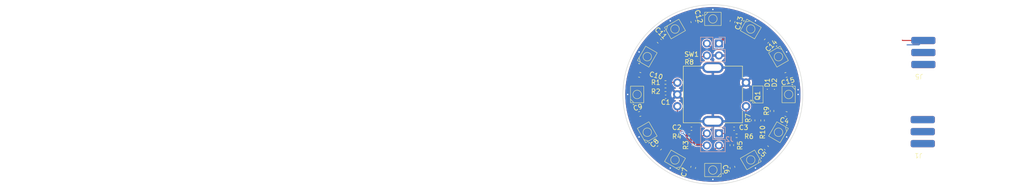
<source format=kicad_pcb>
(kicad_pcb (version 20240108) (generator "pcbnew") (generator_version "8.0")
  (layers (0 "F.Cu" signal) (31 "B.Cu" signal) (34 "B.Paste" user) (35 "F.Paste" user) (36 "B.SilkS" user "B.Silkscreen") (37 "F.SilkS" user "F.Silkscreen") (38 "B.Mask" user) (39 "F.Mask" user) (44 "Edge.Cuts" user))
  (net 0 "")
  (net 1 "/circle/GND")
  (net 2 "/circle/ENC_A")
  (net 3 "Net-(R1-Pad2)")
  (net 4 "/circle/ENC_B")
  (net 5 "/circle/SWITCH")
  (net 6 "/circle/3V3")
  (net 7 "Net-(R5-Pad1)")
  (net 8 "/circle/5V")
  (net 9 "/circle/SENZOR_SVETLA")
  (net 10 "Net-(Q1-C)")
  (net 11 "Net-(R3-Pad2)")
  (net 12 "Net-(D1-A)")
  (net 13 "Net-(D2-A)")
  (net 14 "/circle/LEDS")
  (net 15 "Net-(LED1-DOUT)")
  (net 16 "/mainboard/ENC_A")
  (net 17 "/mainboard/ENC_B")
  (net 18 "/mainboard/3V3")
  (net 19 "/mainboard/GND")
  (net 20 "/mainboard/SWITCH")
  (net 21 "/mainboard/5V")
  (net 22 "/mainboard/SENSOR_SVETLA")
  (net 23 "/mainboard/LEDS")
  (net 24 "Net-(LED2-DOUT)")
  (net 25 "Net-(LED3-DOUT)")
  (net 26 "Net-(LED4-DOUT)")
  (net 27 "Net-(LED5-DOUT)")
  (net 28 "Net-(LED6-DOUT)")
  (net 29 "Net-(LED7-DOUT)")
  (net 30 "Net-(LED8-DOUT)")
  (net 31 "Net-(LED10-DIN)")
  (net 32 "Net-(LED10-DOUT)")
  (net 33 "Net-(LED11-DOUT)")
  (footprint "Resistor_SMD:R_0402_1005Metric" (layer "F.Cu") (at 143 108.99 90)
    (property "Reference" "R7" (at 0.49 -1.08 -90) (layer "F.SilkS"))
    (property "Value" "22k")
    (pad "1" smd roundrect (at -0.51 0 90) (size 0.54 0.64) (layers "F.Cu" "F.Paste" "F.Mask") (net 6 "/circle/3V3"))
    (pad "2" smd roundrect (at 0.51 0 90) (size 0.54 0.64) (layers "F.Cu" "F.Paste" "F.Mask") (net 10 "Net-(Q1-C)"))
  )
  (footprint "RKL-LED:3528RGBW-WS2812B" (layer "F.Cu") (at 134.5 87.5 180)
    (property "Reference" "LED10" (hide yes))
    (property "Value" "WS2812B")
    (pad "1" smd roundrect (at 1.35 0.75 180) (size 0.9 0.75) (layers "F.Cu" "F.Paste" "F.Mask") (net 1 "/circle/GND"))
    (pad "2" smd roundrect (at 1.35 -0.75 180) (size 0.9 0.75) (layers "F.Cu" "F.Paste" "F.Mask") (net 31 "Net-(LED10-DIN)"))
    (pad "3" smd roundrect (at -1.35 -0.75 180) (size 0.9 0.75) (layers "F.Cu" "F.Paste" "F.Mask") (net 8 "/circle/5V"))
    (pad "4" smd roundrect (at -1.35 0.75 180) (size 0.9 0.75) (layers "F.Cu" "F.Paste" "F.Mask") (net 32 "Net-(LED10-DOUT)"))
  )
  (footprint "Capacitor_SMD:C_0603_1608Metric" (layer "F.Cu") (at 149.955092 99.369005 -164.5)
    (property "Reference" "C15" (at 0.000001 -1.43 -164.5) (layer "F.SilkS"))
    (property "Value" "100n")
    (pad "1" smd roundrect (at -0.775 0 195.5) (size 0.9 0.95) (layers "F.Cu" "F.Paste" "F.Mask") (net 1 "/circle/GND"))
    (pad "2" smd roundrect (at 0.775 0 195.5) (size 0.9 0.95) (layers "F.Cu" "F.Paste" "F.Mask") (net 8 "/circle/5V"))
  )
  (footprint "Resistor_SMD:R_0402_1005Metric" (layer "F.Cu") (at 145 109 90)
    (property "Reference" "R10" (at -2.5 0 -90) (layer "F.SilkS"))
    (property "Value" "1k")
    (pad "1" smd roundrect (at -0.51 0 90) (size 0.54 0.64) (layers "F.Cu" "F.Paste" "F.Mask") (net 6 "/circle/3V3"))
    (pad "2" smd roundrect (at 0.51 0 90) (size 0.54 0.64) (layers "F.Cu" "F.Paste" "F.Mask") (net 12 "Net-(D1-A)"))
  )
  (footprint "Resistor_SMD:R_0402_1005Metric" (layer "F.Cu") (at 139.51 112.25 180)
    (property "Reference" "R6" (at -2.61 -0.14 180) (layer "F.SilkS"))
    (property "Value" "10k")
    (pad "1" smd roundrect (at -0.51 0 180) (size 0.54 0.64) (layers "F.Cu" "F.Paste" "F.Mask") (net 7 "Net-(R5-Pad1)"))
    (pad "2" smd roundrect (at 0.51 0 180) (size 0.54 0.64) (layers "F.Cu" "F.Paste" "F.Mask") (net 5 "/circle/SWITCH"))
  )
  (footprint "Capacitor_SMD:C_0603_1608Metric" (layer "F.Cu") (at 138.630995 118.955092 105.5)
    (property "Reference" "C6" (at 0.000001 -1.43 -74.5) (layer "F.SilkS"))
    (property "Value" "100n")
    (pad "1" smd roundrect (at -0.775 0 105.5) (size 0.9 0.95) (layers "F.Cu" "F.Paste" "F.Mask") (net 1 "/circle/GND"))
    (pad "2" smd roundrect (at 0.775 0 105.5) (size 0.9 0.95) (layers "F.Cu" "F.Paste" "F.Mask") (net 8 "/circle/5V"))
  )
  (footprint "LED_SMD:LED_0402_1005Metric" (layer "F.Cu") (at 146 103.5 -90)
    (property "Reference" "D1" (at -2.5 0 -90) (layer "F.SilkS"))
    (property "Value" "LED")
    (pad "1" smd roundrect (at -0.485 0 270) (size 0.59 0.64) (layers "F.Cu" "F.Paste" "F.Mask") (net 1 "/circle/GND"))
    (pad "2" smd roundrect (at 0.485 0 270) (size 0.59 0.64) (layers "F.Cu" "F.Paste" "F.Mask") (net 12 "Net-(D1-A)"))
  )
  (footprint "LED_SMD:LED_0402_1005Metric" (layer "F.Cu") (at 147.5 103.515 -90)
    (property "Reference" "D2" (at -2.515 0 90) (layer "F.SilkS"))
    (property "Value" "LED")
    (pad "1" smd roundrect (at -0.485 0 270) (size 0.59 0.64) (layers "F.Cu" "F.Paste" "F.Mask") (net 1 "/circle/GND"))
    (pad "2" smd roundrect (at 0.485 0 270) (size 0.59 0.64) (layers "F.Cu" "F.Paste" "F.Mask") (net 13 "Net-(D2-A)"))
  )
  (footprint "RKL-LED:3528RGBW-WS2812B" (layer "F.Cu") (at 118.5 103.5 -90)
    (property "Reference" "LED7" (hide yes))
    (property "Value" "WS2812B")
    (pad "1" smd roundrect (at 1.35 0.75 270) (size 0.9 0.75) (layers "F.Cu" "F.Paste" "F.Mask") (net 1 "/circle/GND"))
    (pad "2" smd roundrect (at 1.35 -0.75 270) (size 0.9 0.75) (layers "F.Cu" "F.Paste" "F.Mask") (net 28 "Net-(LED6-DOUT)"))
    (pad "3" smd roundrect (at -1.35 -0.75 270) (size 0.9 0.75) (layers "F.Cu" "F.Paste" "F.Mask") (net 8 "/circle/5V"))
    (pad "4" smd roundrect (at -1.35 0.75 270) (size 0.9 0.75) (layers "F.Cu" "F.Paste" "F.Mask") (net 29 "Net-(LED7-DOUT)"))
  )
  (footprint "RKL-LED:3528RGBW-WS2812B" (layer "F.Cu") (at 148.356406 95.5 120)
    (property "Reference" "LED12" (hide yes))
    (property "Value" "WS2812B")
    (pad "1" smd roundrect (at 1.35 0.75 120) (size 0.9 0.75) (layers "F.Cu" "F.Paste" "F.Mask") (net 1 "/circle/GND"))
    (pad "2" smd roundrect (at 1.35 -0.75 120) (size 0.9 0.75) (layers "F.Cu" "F.Paste" "F.Mask") (net 33 "Net-(LED11-DOUT)"))
    (pad "3" smd roundrect (at -1.35 -0.75 120) (size 0.9 0.75) (layers "F.Cu" "F.Paste" "F.Mask") (net 8 "/circle/5V"))
    (pad "4" smd roundrect (at -1.35 0.75 120) (size 0.9 0.75) (layers "F.Cu" "F.Paste" "F.Mask"))
  )
  (footprint "RKL-LED:3528RGBW-WS2812B" (layer "F.Cu") (at 148.356406 111.5 60)
    (property "Reference" "LED2" (hide yes))
    (property "Value" "WS2812B")
    (pad "1" smd roundrect (at 1.35 0.75 60) (size 0.9 0.75) (layers "F.Cu" "F.Paste" "F.Mask") (net 1 "/circle/GND"))
    (pad "2" smd roundrect (at 1.35 -0.75 60) (size 0.9 0.75) (layers "F.Cu" "F.Paste" "F.Mask") (net 15 "Net-(LED1-DOUT)"))
    (pad "3" smd roundrect (at -1.35 -0.75 60) (size 0.9 0.75) (layers "F.Cu" "F.Paste" "F.Mask") (net 8 "/circle/5V"))
    (pad "4" smd roundrect (at -1.35 0.75 60) (size 0.9 0.75) (layers "F.Cu" "F.Paste" "F.Mask") (net 24 "Net-(LED2-DOUT)"))
  )
  (footprint "Capacitor_SMD:C_0402_1005Metric" (layer "F.Cu") (at 124.52 104 180)
    (property "Reference" "C1" (at 0 -1.16 180) (layer "F.SilkS"))
    (property "Value" "10n")
    (pad "1" smd roundrect (at -0.48 0 180) (size 0.56 0.62) (layers "F.Cu" "F.Paste" "F.Mask") (net 1 "/circle/GND"))
    (pad "2" smd roundrect (at 0.48 0 180) (size 0.56 0.62) (layers "F.Cu" "F.Paste" "F.Mask") (net 2 "/circle/ENC_A"))
  )
  (footprint "RKL-LED:3528RGBW-WS2812B" (layer "F.Cu") (at 120.643594 95.5 -120)
    (property "Reference" "LED8" (hide yes))
    (property "Value" "WS2812B")
    (pad "1" smd roundrect (at 1.35 0.75 240) (size 0.9 0.75) (layers "F.Cu" "F.Paste" "F.Mask") (net 1 "/circle/GND"))
    (pad "2" smd roundrect (at 1.35 -0.75 240) (size 0.9 0.75) (layers "F.Cu" "F.Paste" "F.Mask") (net 29 "Net-(LED7-DOUT)"))
    (pad "3" smd roundrect (at -1.35 -0.75 240) (size 0.9 0.75) (layers "F.Cu" "F.Paste" "F.Mask") (net 8 "/circle/5V"))
    (pad "4" smd roundrect (at -1.35 0.75 240) (size 0.9 0.75) (layers "F.Cu" "F.Paste" "F.Mask") (net 30 "Net-(LED8-DOUT)"))
  )
  (footprint "Resistor_SMD:R_0402_1005Metric" (layer "F.Cu") (at 124.49 102.5)
    (property "Reference" "R2" (at -2.055 0.365 0) (layer "F.SilkS"))
    (property "Value" "10k")
    (pad "1" smd roundrect (at -0.51 0) (size 0.54 0.64) (layers "F.Cu" "F.Paste" "F.Mask") (net 2 "/circle/ENC_A"))
    (pad "2" smd roundrect (at 0.51 0) (size 0.54 0.64) (layers "F.Cu" "F.Paste" "F.Mask") (net 3 "Net-(R1-Pad2)"))
  )
  (footprint "Capacitor_SMD:C_0603_1608Metric" (layer "F.Cu") (at 138.65 88.05 -104.5)
    (property "Reference" "C13" (at 0.000001 -1.43 -104.5) (layer "F.SilkS"))
    (property "Value" "100n")
    (pad "1" smd roundrect (at -0.775 -0.000001 255.5) (size 0.9 0.95) (layers "F.Cu" "F.Paste" "F.Mask") (net 1 "/circle/GND"))
    (pad "2" smd roundrect (at 0.775 0.000001 255.5) (size 0.9 0.95) (layers "F.Cu" "F.Paste" "F.Mask") (net 8 "/circle/5V"))
  )
  (footprint "RKL-LED:3528RGBW-WS2812B" (layer "F.Cu") (at 150.5 103.5 90)
    (property "Reference" "LED1" (hide yes))
    (property "Value" "WS2812B")
    (pad "1" smd roundrect (at 1.35 0.75 90) (size 0.9 0.75) (layers "F.Cu" "F.Paste" "F.Mask") (net 1 "/circle/GND"))
    (pad "2" smd roundrect (at 1.35 -0.75 90) (size 0.9 0.75) (layers "F.Cu" "F.Paste" "F.Mask") (net 14 "/circle/LEDS"))
    (pad "3" smd roundrect (at -1.35 -0.75 90) (size 0.9 0.75) (layers "F.Cu" "F.Paste" "F.Mask") (net 8 "/circle/5V"))
    (pad "4" smd roundrect (at -1.35 0.75 90) (size 0.9 0.75) (layers "F.Cu" "F.Paste" "F.Mask") (net 15 "Net-(LED1-DOUT)"))
  )
  (footprint "RKL-LED:3528RGBW-WS2812B" (layer "F.Cu") (at 142.5 117.356406 30)
    (property "Reference" "LED3" (hide yes))
    (property "Value" "WS2812B")
    (pad "1" smd roundrect (at 1.35 0.75 30) (size 0.9 0.75) (layers "F.Cu" "F.Paste" "F.Mask") (net 1 "/circle/GND"))
    (pad "2" smd roundrect (at 1.35 -0.75 30) (size 0.9 0.75) (layers "F.Cu" "F.Paste" "F.Mask") (net 24 "Net-(LED2-DOUT)"))
    (pad "3" smd roundrect (at -1.35 -0.75 30) (size 0.9 0.75) (layers "F.Cu" "F.Paste" "F.Mask") (net 8 "/circle/5V"))
    (pad "4" smd roundrect (at -1.35 0.75 30) (size 0.9 0.75) (layers "F.Cu" "F.Paste" "F.Mask") (net 25 "Net-(LED3-DOUT)"))
  )
  (footprint "Capacitor_SMD:C_0603_1608Metric" (layer "F.Cu") (at 130.369005 88.044908 -74.5)
    (property "Reference" "C12" (at -0.70466 -1.369101 105.5) (layer "F.SilkS"))
    (property "Value" "100n")
    (pad "1" smd roundrect (at -0.775 0 285.5) (size 0.9 0.95) (layers "F.Cu" "F.Paste" "F.Mask") (net 1 "/circle/GND"))
    (pad "2" smd roundrect (at 0.775 0 285.5) (size 0.9 0.95) (layers "F.Cu" "F.Paste" "F.Mask") (net 8 "/circle/5V"))
  )
  (footprint "RKL-ElectroMechanicalComponents:RotaryEncoder_Bourns_Vertical_PEC11H-4xxxF-Sxxxx" (layer "F.Cu") (at 134.5 103.5 -90)
    (property "Reference" "SW1" (at -8.5 4.5 180) (layer "F.SilkS"))
    (property "Value" "RotaryEncoder_Switch")
    (pad "A" thru_hole circle (at -2.5 7.5 270) (size 1.8 1.8) (drill 1) (layers "*.Cu" "*.Mask") (net 3 "Net-(R1-Pad2)"))
    (pad "B" thru_hole circle (at 2.5 7.5) (size 1.8 1.8) (drill 1) (layers "*.Cu" "*.Mask") (net 11 "Net-(R3-Pad2)"))
    (pad "C" thru_hole circle (at 0 7.5) (size 1.8 1.8) (drill 1) (layers "*.Cu" "*.Mask") (net 1 "/circle/GND"))
    (pad "S1" thru_hole circle (at -2.5 -7) (size 1.8 1.8) (drill 1) (layers "*.Cu" "*.Mask") (net 1 "/circle/GND"))
    (pad "S2" thru_hole circle (at 2.5 -7) (size 1.8 1.8) (drill 1) (layers "*.Cu" "*.Mask") (net 7 "Net-(R5-Pad1)"))
    (pad "SH1" thru_hole oval (at -5.7 0) (size 4.5 2.3) (drill oval 3.6 1.4) (layers "*.Cu" "*.Mask") (net 1 "/circle/GND"))
    (pad "SH2" thru_hole oval (at 5.7 0) (size 4.5 2.3) (drill oval 3.6 1.4) (layers "*.Cu" "*.Mask") (net 1 "/circle/GND"))
  )
  (footprint "Capacitor_SMD:C_0603_1608Metric" (layer "F.Cu") (at 119.044908 107.630995 15.5)
    (property "Reference" "C9" (at 0.000001 -1.43 15.5) (layer "F.SilkS"))
    (property "Value" "100n")
    (pad "1" smd roundrect (at -0.775 0 15.5) (size 0.9 0.95) (layers "F.Cu" "F.Paste" "F.Mask") (net 1 "/circle/GND"))
    (pad "2" smd roundrect (at 0.775 0 15.5) (size 0.9 0.95) (layers "F.Cu" "F.Paste" "F.Mask") (net 8 "/circle/5V"))
  )
  (footprint "Capacitor_SMD:C_0603_1608Metric" (layer "F.Cu") (at 123.194908 92.180995 -44.5)
    (property "Reference" "C11" (at -0.960618 -1.412812 135.5) (layer "F.SilkS"))
    (property "Value" "100n")
    (pad "1" smd roundrect (at -0.775 0 315.5) (size 0.9 0.95) (layers "F.Cu" "F.Paste" "F.Mask") (net 1 "/circle/GND"))
    (pad "2" smd roundrect (at 0.775 0 315.5) (size 0.9 0.95) (layers "F.Cu" "F.Paste" "F.Mask") (net 8 "/circle/5V"))
  )
  (footprint "Capacitor_SMD:C_0603_1608Metric" (layer "F.Cu") (at 145.819005 92.194908 -134.5)
    (property "Reference" "C14" (at 0.000001 -1.43 -134.5) (layer "F.SilkS"))
    (property "Value" "100n")
    (pad "1" smd roundrect (at -0.775 0 225.5) (size 0.9 0.95) (layers "F.Cu" "F.Paste" "F.Mask") (net 1 "/circle/GND"))
    (pad "2" smd roundrect (at 0.775 0 225.5) (size 0.9 0.95) (layers "F.Cu" "F.Paste" "F.Mask") (net 8 "/circle/5V"))
  )
  (footprint "RKL-LED:3528RGBW-WS2812B" (layer "F.Cu") (at 142.5 89.643594 150)
    (property "Reference" "LED11" (hide yes))
    (property "Value" "WS2812B")
    (pad "1" smd roundrect (at 1.35 0.75 150) (size 0.9 0.75) (layers "F.Cu" "F.Paste" "F.Mask") (net 1 "/circle/GND"))
    (pad "2" smd roundrect (at 1.35 -0.75 150) (size 0.9 0.75) (layers "F.Cu" "F.Paste" "F.Mask") (net 32 "Net-(LED10-DOUT)"))
    (pad "3" smd roundrect (at -1.35 -0.75 150) (size 0.9 0.75) (layers "F.Cu" "F.Paste" "F.Mask") (net 8 "/circle/5V"))
    (pad "4" smd roundrect (at -1.35 0.75 150) (size 0.9 0.75) (layers "F.Cu" "F.Paste" "F.Mask") (net 33 "Net-(LED11-DOUT)"))
  )
  (footprint "RKL-LED:3528RGBW-WS2812B" (layer "F.Cu") (at 126.5 89.643594 -150)
    (property "Reference" "LED9" (hide yes))
    (property "Value" "WS2812B")
    (pad "1" smd roundrect (at 1.35 0.75 210) (size 0.9 0.75) (layers "F.Cu" "F.Paste" "F.Mask") (net 1 "/circle/GND"))
    (pad "2" smd roundrect (at 1.35 -0.75 210) (size 0.9 0.75) (layers "F.Cu" "F.Paste" "F.Mask") (net 30 "Net-(LED8-DOUT)"))
    (pad "3" smd roundrect (at -1.35 -0.75 210) (size 0.9 0.75) (layers "F.Cu" "F.Paste" "F.Mask") (net 8 "/circle/5V"))
    (pad "4" smd roundrect (at -1.35 0.75 210) (size 0.9 0.75) (layers "F.Cu" "F.Paste" "F.Mask") (net 31 "Net-(LED10-DIN)"))
  )
  (footprint "RKL-LED:3528RGBW-WS2812B" (layer "F.Cu") (at 120.643594 111.5 -60)
    (property "Reference" "LED6" (hide yes))
    (property "Value" "WS2812B")
    (pad "1" smd roundrect (at 1.35 0.75 300) (size 0.9 0.75) (layers "F.Cu" "F.Paste" "F.Mask") (net 1 "/circle/GND"))
    (pad "2" smd roundrect (at 1.35 -0.75 300) (size 0.9 0.75) (layers "F.Cu" "F.Paste" "F.Mask") (net 27 "Net-(LED5-DOUT)"))
    (pad "3" smd roundrect (at -1.35 -0.75 300) (size 0.9 0.75) (layers "F.Cu" "F.Paste" "F.Mask") (net 8 "/circle/5V"))
    (pad "4" smd roundrect (at -1.35 0.75 300) (size 0.9 0.75) (layers "F.Cu" "F.Paste" "F.Mask") (net 28 "Net-(LED6-DOUT)"))
  )
  (footprint "Capacitor_SMD:C_0603_1608Metric" (layer "F.Cu") (at 149.95 107.65 165.5)
    (property "Reference" "C4" (at 0.000001 -1.43 -14.5) (layer "F.SilkS"))
    (property "Value" "100n")
    (pad "1" smd roundrect (at -0.775 -0.000001 165.5) (size 0.9 0.95) (layers "F.Cu" "F.Paste" "F.Mask") (net 1 "/circle/GND"))
    (pad "2" smd roundrect (at 0.775 0.000001 165.5) (size 0.9 0.95) (layers "F.Cu" "F.Paste" "F.Mask") (net 8 "/circle/5V"))
  )
  (footprint "RKL-LED:3528RGBW-WS2812B" (layer "F.Cu") (at 126.5 117.356406 -30)
    (property "Reference" "LED5" (hide yes))
    (property "Value" "WS2812B")
    (pad "1" smd roundrect (at 1.35 0.75 330) (size 0.9 0.75) (layers "F.Cu" "F.Paste" "F.Mask") (net 1 "/circle/GND"))
    (pad "2" smd roundrect (at 1.35 -0.75 330) (size 0.9 0.75) (layers "F.Cu" "F.Paste" "F.Mask") (net 26 "Net-(LED4-DOUT)"))
    (pad "3" smd roundrect (at -1.35 -0.75 330) (size 0.9 0.75) (layers "F.Cu" "F.Paste" "F.Mask") (net 8 "/circle/5V"))
    (pad "4" smd roundrect (at -1.35 0.75 330) (size 0.9 0.75) (layers "F.Cu" "F.Paste" "F.Mask") (net 27 "Net-(LED5-DOUT)"))
  )
  (footprint "Capacitor_SMD:C_0402_1005Metric" (layer "F.Cu") (at 138.98 110.75 180)
    (property "Reference" "C3" (at -2.02 0.25 180) (layer "F.SilkS"))
    (property "Value" "10n")
    (pad "1" smd roundrect (at -0.48 0 180) (size 0.56 0.62) (layers "F.Cu" "F.Paste" "F.Mask") (net 5 "/circle/SWITCH"))
    (pad "2" smd roundrect (at 0.48 0 180) (size 0.56 0.62) (layers "F.Cu" "F.Paste" "F.Mask") (net 1 "/circle/GND"))
  )
  (footprint "Resistor_SMD:R_0402_1005Metric" (layer "F.Cu") (at 147 107 90)
    (property "Reference" "R9" (at 0 -1.17 -90) (layer "F.SilkS"))
    (property "Value" "1k")
    (pad "1" smd roundrect (at -0.51 0 90) (size 0.54 0.64) (layers "F.Cu" "F.Paste" "F.Mask") (net 8 "/circle/5V"))
    (pad "2" smd roundrect (at 0.51 0 90) (size 0.54 0.64) (layers "F.Cu" "F.Paste" "F.Mask") (net 13 "Net-(D2-A)"))
  )
  (footprint "Resistor_SMD:R_0402_1005Metric" (layer "F.Cu") (at 129.5 95.49 180)
    (property "Reference" "R8" (at 0 -1.17 180) (layer "F.SilkS"))
    (property "Value" "10k")
    (pad "1" smd roundrect (at -0.51 0 180) (size 0.54 0.64) (layers "F.Cu" "F.Paste" "F.Mask") (net 9 "/circle/SENZOR_SVETLA"))
    (pad "2" smd roundrect (at 0.51 0 180) (size 0.54 0.64) (layers "F.Cu" "F.Paste" "F.Mask") (net 1 "/circle/GND"))
  )
  (footprint "RKL-StandardPackages:SMD,3.5x2.8x1.9mm" (layer "F.Cu") (at 144 103.5 -90)
    (property "Reference" "Q1" (at 0.25 0.05 90) (layer "F.SilkS"))
    (property "Value" "Q_Photo_NPN")
    (pad "1" smd rect (at 1.25 0 270) (size 1 2.1) (layers "F.Cu" "F.Paste" "F.Mask") (net 10 "Net-(Q1-C)"))
    (pad "2" smd rect (at -1.25 0 270) (size 1 2.1) (layers "F.Cu" "F.Paste" "F.Mask") (net 9 "/circle/SENZOR_SVETLA"))
  )
  (footprint "Capacitor_SMD:C_0603_1608Metric" (layer "F.Cu") (at 123.180995 114.805092 45.5)
    (property "Reference" "C8" (at 0.000001 -1.43 45.5) (layer "F.SilkS"))
    (property "Value" "100n")
    (pad "1" smd roundrect (at -0.775 0 45.5) (size 0.9 0.95) (layers "F.Cu" "F.Paste" "F.Mask") (net 1 "/circle/GND"))
    (pad "2" smd roundrect (at 0.775 0 45.5) (size 0.9 0.95) (layers "F.Cu" "F.Paste" "F.Mask") (net 8 "/circle/5V"))
  )
  (footprint "Capacitor_SMD:C_0603_1608Metric" (layer "F.Cu") (at 119.05 99.35 -14.5)
    (property "Reference" "C10" (at 3.377666 -0.718589 165.5) (layer "F.SilkS"))
    (property "Value" "100n")
    (pad "1" smd roundrect (at -0.775 -0.000001 345.5) (size 0.9 0.95) (layers "F.Cu" "F.Paste" "F.Mask") (net 1 "/circle/GND"))
    (pad "2" smd roundrect (at 0.775 0.000001 345.5) (size 0.9 0.95) (layers "F.Cu" "F.Paste" "F.Mask") (net 8 "/circle/5V"))
  )
  (footprint "Capacitor_SMD:C_0603_1608Metric" (layer "F.Cu") (at 130.35 118.95 75.5)
    (property "Reference" "C7" (at -1.479758 -1.528174 75.5) (layer "F.SilkS"))
    (property "Value" "100n")
    (pad "1" smd roundrect (at -0.775 -0.000001 75.5) (size 0.9 0.95) (layers "F.Cu" "F.Paste" "F.Mask") (net 1 "/circle/GND"))
    (pad "2" smd roundrect (at 0.775 0.000001 75.5) (size 0.9 0.95) (layers "F.Cu" "F.Paste" "F.Mask") (net 8 "/circle/5V"))
  )
  (footprint "00_Library:SMD_PINHED_2x3" (layer "F.Cu") (at 191.65 99.69 180)
    (property "Reference" "J5" (at 13.589 0 180) (layer "F.SilkS") (effects (font (thickness 0.1))))
    (property "Value" "Conn_02x03_Odd_Even")
    (pad "1" smd roundrect (at 12.7 2.54 180) (size 5.08 1.524) (layers "F.Cu" "F.Paste" "F.Mask") (net 19 "/mainboard/GND"))
    (pad "2" smd roundrect (at 12.7 2.54 180) (size 5.08 1.524) (layers "B.Cu" "F.Paste" "F.Mask") (net 19 "/mainboard/GND"))
    (pad "3" smd roundrect (at 12.7 5.08 180) (size 5.08 1.524) (layers "F.Cu" "F.Paste" "F.Mask") (net 19 "/mainboard/GND"))
    (pad "4" smd roundrect (at 12.7 5.08 180) (size 5.08 1.524) (layers "B.Cu" "F.Paste" "F.Mask") (net 22 "/mainboard/SENSOR_SVETLA"))
    (pad "5" smd roundrect (at 12.7 7.62 180) (size 5.08 1.524) (layers "F.Cu" "F.Paste" "F.Mask") (net 21 "/mainboard/5V"))
    (pad "6" smd roundrect (at 12.7 7.62 180) (size 5.08 1.524) (layers "B.Cu" "F.Paste" "F.Mask") (net 23 "/mainboard/LEDS"))
  )
  (footprint "Resistor_SMD:R_0402_1005Metric" (layer "F.Cu") (at 124.49 100.96)
    (property "Reference" "R1" (at -2.055 0 0) (layer "F.SilkS"))
    (property "Value" "10k")
    (pad "1" smd roundrect (at -0.51 0) (size 0.54 0.64) (layers "F.Cu" "F.Paste" "F.Mask") (net 6 "/circle/3V3"))
    (pad "2" smd roundrect (at 0.51 0) (size 0.54 0.64) (layers "F.Cu" "F.Paste" "F.Mask") (net 3 "Net-(R1-Pad2)"))
  )
  (footprint "Resistor_SMD:R_0402_1005Metric" (layer "F.Cu") (at 138.5 114.24 -90)
    (property "Reference" "R5" (at 0.055 -1.715 90) (layer "F.SilkS"))
    (property "Value" "10k")
    (pad "1" smd roundrect (at -0.51 0 270) (size 0.54 0.64) (layers "F.Cu" "F.Paste" "F.Mask") (net 7 "Net-(R5-Pad1)"))
    (pad "2" smd roundrect (at 0.51 0 270) (size 0.54 0.64) (layers "F.Cu" "F.Paste" "F.Mask") (net 6 "/circle/3V3"))
  )
  (footprint "Resistor_SMD:R_0402_1005Metric" (layer "F.Cu") (at 129.49 112.25 180)
    (property "Reference" "R4" (at 2.61 -0.14 180) (layer "F.SilkS"))
    (property "Value" "10k")
    (pad "1" smd roundrect (at -0.51 0 180) (size 0.54 0.64) (layers "F.Cu" "F.Paste" "F.Mask") (net 4 "/circle/ENC_B"))
    (pad "2" smd roundrect (at 0.51 0 180) (size 0.54 0.64) (layers "F.Cu" "F.Paste" "F.Mask") (net 11 "Net-(R3-Pad2)"))
  )
  (footprint "Capacitor_SMD:C_0603_1608Metric" (layer "F.Cu") (at 145.805092 114.819005 135.5)
    (property "Reference" "C5" (at 0.000001 -1.43 -44.5) (layer "F.SilkS"))
    (property "Value" "100n")
    (pad "1" smd roundrect (at -0.775 0 135.5) (size 0.9 0.95) (layers "F.Cu" "F.Paste" "F.Mask") (net 1 "/circle/GND"))
    (pad "2" smd roundrect (at 0.775 0 135.5) (size 0.9 0.95) (layers "F.Cu" "F.Paste" "F.Mask") (net 8 "/circle/5V"))
  )
  (footprint "RKL-LED:3528RGBW-WS2812B" (layer "F.Cu") (at 134.5 119.5)
    (property "Reference" "LED4" (hide yes))
    (property "Value" "WS2812B")
    (pad "1" smd roundrect (at 1.35 0.75) (size 0.9 0.75) (layers "F.Cu" "F.Paste" "F.Mask") (net 1 "/circle/GND"))
    (pad "2" smd roundrect (at 1.35 -0.75) (size 0.9 0.75) (layers "F.Cu" "F.Paste" "F.Mask") (net 25 "Net-(LED3-DOUT)"))
    (pad "3" smd roundrect (at -1.35 -0.75) (size 0.9 0.75) (layers "F.Cu" "F.Paste" "F.Mask") (net 8 "/circle/5V"))
    (pad "4" smd roundrect (at -1.35 0.75) (size 0.9 0.75) (layers "F.Cu" "F.Paste" "F.Mask") (net 26 "Net-(LED4-DOUT)"))
  )
  (footprint "Capacitor_SMD:C_0402_1005Metric" (layer "F.Cu") (at 129.98 110.75 180)
    (property "Reference" "C2" (at 3.1 0.265 180) (layer "F.SilkS"))
    (property "Value" "10n")
    (pad "1" smd roundrect (at -0.48 0 180) (size 0.56 0.62) (layers "F.Cu" "F.Paste" "F.Mask") (net 1 "/circle/GND"))
    (pad "2" smd roundrect (at 0.48 0 180) (size 0.56 0.62) (layers "F.Cu" "F.Paste" "F.Mask") (net 4 "/circle/ENC_B"))
  )
  (footprint "Resistor_SMD:R_0402_1005Metric" (layer "F.Cu") (at 130.5 114.24 90)
    (property "Reference" "R3" (at 0 -1.715 -90) (layer "F.SilkS"))
    (property "Value" "10k")
    (pad "1" smd roundrect (at -0.51 0 90) (size 0.54 0.64) (layers "F.Cu" "F.Paste" "F.Mask") (net 6 "/circle/3V3"))
    (pad "2" smd roundrect (at 0.51 0 90) (size 0.54 0.64) (layers "F.Cu" "F.Paste" "F.Mask") (net 11 "Net-(R3-Pad2)"))
  )
  (footprint "00_Library:SMD_PINHED_2x3" (layer "F.Cu") (at 191.525 116.456 180)
    (property "Reference" "J1" (at 13.589 0 180) (layer "F.SilkS") (effects (font (thickness 0.1))))
    (property "Value" "Conn_02x03_Odd_Even")
    (pad "1" smd roundrect (at 12.7 2.54 180) (size 5.08 1.524) (layers "F.Cu" "F.Paste" "F.Mask") (net 18 "/mainboard/3V3"))
    (pad "2" smd roundrect (at 12.7 2.54 180) (size 5.08 1.524) (layers "B.Cu" "F.Paste" "F.Mask") (net 16 "/mainboard/ENC_A"))
    (pad "3" smd roundrect (at 12.7 5.08 180) (size 5.08 1.524) (layers "F.Cu" "F.Paste" "F.Mask") (net 20 "/mainboard/SWITCH"))
    (pad "4" smd roundrect (at 12.7 5.08 180) (size 5.08 1.524) (layers "B.Cu" "F.Paste" "F.Mask") (net 17 "/mainboard/ENC_B"))
    (pad "5" smd roundrect (at 12.7 7.62 180) (size 5.08 1.524) (layers "F.Cu" "F.Paste" "F.Mask") (net 19 "/mainboard/GND"))
    (pad "6" smd roundrect (at 12.7 7.62 180) (size 5.08 1.524) (layers "B.Cu" "F.Paste" "F.Mask") (net 19 "/mainboard/GND"))
  )
  (footprint "Connector_PinHeader_2.54mm:PinHeader_2x02_P2.54mm_Vertical" (layer "B.Cu") (at 135.77 111.755 180)
    (property "Reference" "J2" (at -2.23 -1.245 180) (layer "B.SilkS") (effects (justify mirror)))
    (property "Value" "Conn_02x02_Odd_Even")
    (pad "1" thru_hole rect (at 0 0 180) (size 1.7 1.7) (drill 1) (layers "*.Cu" "*.Mask") (net 5 "/circle/SWITCH"))
    (pad "2" thru_hole oval (at 2.54 0 180) (size 1.7 1.7) (drill 1) (layers "*.Cu" "*.Mask") (net 4 "/circle/ENC_B"))
    (pad "3" thru_hole oval (at 0 -2.54 180) (size 1.7 1.7) (drill 1) (layers "*.Cu" "*.Mask") (net 6 "/circle/3V3"))
    (pad "4" thru_hole oval (at 2.54 -2.54 180) (size 1.7 1.7) (drill 1) (layers "*.Cu" "*.Mask") (net 2 "/circle/ENC_A"))
  )
  (footprint "Connector_PinHeader_2.54mm:PinHeader_2x02_P2.54mm_Vertical" (layer "B.Cu") (at 135.77 92.705 180)
    (property "Reference" "J3" (hide yes))
    (property "Value" "Conn_02x02_Odd_Even")
    (pad "1" thru_hole rect (at 0 0 180) (size 1.7 1.7) (drill 1) (layers "*.Cu" "*.Mask") (net 8 "/circle/5V"))
    (pad "2" thru_hole oval (at 2.54 0 180) (size 1.7 1.7) (drill 1) (layers "*.Cu" "*.Mask") (net 14 "/circle/LEDS"))
    (pad "3" thru_hole oval (at 0 -2.54 180) (size 1.7 1.7) (drill 1) (layers "*.Cu" "*.Mask") (net 1 "/circle/GND"))
    (pad "4" thru_hole oval (at 2.54 -2.54 180) (size 1.7 1.7) (drill 1) (layers "*.Cu" "*.Mask") (net 9 "/circle/SENZOR_SVETLA"))
  )
  (gr_circle (center 134.5 103.5) (end 153.5 103.5) (stroke (width 0.1)) (fill none) (layer "Edge.Cuts"))
  (via (at 150.088457 94.5) (size 0.6) (drill 0.3) (layers "F.Cu" "B.Cu") (net 1))
  (via (at 125.5 87.911543) (size 0.6) (drill 0.3) (layers "F.Cu" "B.Cu") (net 1))
  (via (at 134.5 121.5) (size 0.6) (drill 0.3) (layers "F.Cu" "B.Cu") (net 1))
  (via (at 152.5 103.5) (size 0.6) (drill 0.3) (layers "F.Cu" "B.Cu") (net 1))
  (via (at 118.911543 112.5) (size 0.6) (drill 0.3) (layers "F.Cu" "B.Cu") (net 1))
  (via (at 143.5 87.911543) (size 0.6) (drill 0.3) (layers "F.Cu" "B.Cu") (net 1))
  (via (at 116.5 103.5) (size 0.6) (drill 0.3) (layers "F.Cu" "B.Cu") (net 1))
  (via (at 118.911543 94.5) (size 0.6) (drill 0.3) (layers "F.Cu" "B.Cu") (net 1))
  (via (at 150.088457 112.5) (size 0.6) (drill 0.3) (layers "F.Cu" "B.Cu") (net 1))
  (via (at 125.5 119.088457) (size 0.6) (drill 0.3) (layers "F.Cu" "B.Cu") (net 1))
  (via (at 143.5 119.088457) (size 0.6) (drill 0.3) (layers "F.Cu" "B.Cu") (net 1))
  (via (at 134.5 85.5) (size 0.6) (drill 0.3) (layers "F.Cu" "B.Cu") (net 1))
  (via (at 152.5 102.5) (size 0.6) (drill 0.3) (layers "F.Cu" "B.Cu") (net 1))
  (segment (start 124.04 105.54) (end 124.04 104) (width 0.2) (layer "F.Cu") (net 2))
  (segment (start 124.04 102.56) (end 123.98 102.5) (width 0.2) (layer "F.Cu") (net 2))
  (segment (start 124.04 104) (end 124.04 102.56) (width 0.2) (layer "F.Cu") (net 2))
  (segment (start 128 111.5) (end 126.5 110) (width 0.2) (layer "F.Cu") (net 2))
  (segment (start 126.5 110) (end 126.5 108) (width 0.2) (layer "F.Cu") (net 2))
  (segment (start 126.5 108) (end 124.04 105.54) (width 0.2) (layer "F.Cu") (net 2))
  (via (at 128 111.5) (size 0.6) (drill 0.3) (layers "F.Cu" "B.Cu") (net 2))
  (segment (start 133.23 114.295) (end 130.795 114.295) (width 0.2) (layer "B.Cu") (net 2))
  (segment (start 130.795 114.295) (end 128 111.5) (width 0.2) (layer "B.Cu") (net 2))
  (segment (start 125 100.96) (end 126.96 100.96) (width 0.2) (layer "F.Cu") (net 3))
  (segment (start 126.96 100.96) (end 127 101) (width 0.2) (layer "F.Cu") (net 3))
  (segment (start 125 101) (end 125 102.5) (width 0.2) (layer "F.Cu") (net 3))
  (segment (start 133.23 111.755) (end 133.23 111.77) (width 0.2) (layer "F.Cu") (net 4))
  (segment (start 129.5 110.75) (end 129.5 111.25) (width 0.2) (layer "F.Cu") (net 4))
  (segment (start 130 111.75) (end 130 112.25) (width 0.2) (layer "F.Cu") (net 4))
  (segment (start 129.5 111.25) (end 130 111.75) (width 0.2) (layer "F.Cu") (net 4))
  (segment (start 132.735 112.25) (end 130 112.25) (width 0.2) (layer "F.Cu") (net 4))
  (segment (start 133.23 111.755) (end 132.735 112.25) (width 0.2) (layer "F.Cu") (net 4))
  (segment (start 139.46 111.29) (end 139 111.75) (width 0.2) (layer "F.Cu") (net 5))
  (segment (start 139.46 110.75) (end 139.46 111.29) (width 0.2) (layer "F.Cu") (net 5))
  (segment (start 137.5 112.25) (end 137 111.75) (width 0.2) (layer "F.Cu") (net 5))
  (segment (start 137 111.75) (end 136.995 111.755) (width 0.2) (layer "F.Cu") (net 5))
  (segment (start 139 111.75) (end 139 112.25) (width 0.2) (layer "F.Cu") (net 5))
  (segment (start 136.995 111.755) (end 135.77 111.755) (width 0.2) (layer "F.Cu") (net 5))
  (segment (start 139 112.25) (end 137.5 112.25) (width 0.2) (layer "F.Cu") (net 5))
  (segment (start 143 111) (end 143 110.5) (width 0.2) (layer "F.Cu") (net 6))
  (segment (start 131.75 114.75) (end 130.5 114.75) (width 0.2) (layer "F.Cu") (net 6))
  (segment (start 138.5 114.75) (end 139.25 114.75) (width 0.2) (layer "F.Cu") (net 6))
  (segment (start 123 101.5) (end 123.5 101) (width 0.2) (layer "F.Cu") (net 6))
  (segment (start 126 108.5) (end 123 105.5) (width 0.2) (layer "F.Cu") (net 6))
  (segment (start 145 109.51) (end 145 110) (width 0.2) (layer "F.Cu") (net 6))
  (segment (start 123.99 100.99) (end 123.98 101) (width 0.2) (layer "F.Cu") (net 6))
  (segment (start 126 110.75) (end 126 108.5) (width 0.2) (layer "F.Cu") (net 6))
  (segment (start 143 110.5) (end 143 109.5) (width 0.2) (layer "F.Cu") (net 6))
  (segment (start 135.77 114.295) (end 134.25 115.75) (width 0.2) (layer "F.Cu") (net 6))
  (segment (start 136.225 114.75) (end 135.77 114.295) (width 0.2) (layer "F.Cu") (net 6))
  (segment (start 123.5 101) (end 123.98 101) (width 0.2) (layer "F.Cu") (net 6))
  (segment (start 130 114.75) (end 126 110.75) (width 0.2) (layer "F.Cu") (net 6))
  (segment (start 132.75 115.75) (end 131.75 114.75) (width 0.2) (layer "F.Cu") (net 6))
  (segment (start 144.5 110.5) (end 143 110.5) (width 0.2) (layer "F.Cu") (net 6))
  (segment (start 130.5 114.75) (end 130 114.75) (width 0.2) (layer "F.Cu") (net 6))
  (segment (start 134.25 115.75) (end 132.75 115.75) (width 0.2) (layer "F.Cu") (net 6))
  (segment (start 145 110) (end 144.5 110.5) (width 0.2) (layer "F.Cu") (net 6))
  (segment (start 139.25 114.75) (end 143 111) (width 0.2) (layer "F.Cu") (net 6))
  (segment (start 123 105.5) (end 123 101.5) (width 0.2) (layer "F.Cu") (net 6))
  (segment (start 138.5 114.75) (end 136.225 114.75) (width 0.2) (layer "F.Cu") (net 6))
  (segment (start 141.5 111.5) (end 141.5 106) (width 0.2) (layer "F.Cu") (net 7))
  (segment (start 140.02 112.25) (end 140.02 112.73) (width 0.2) (layer "F.Cu") (net 7))
  (segment (start 138.98 113.73) (end 138.5 113.73) (width 0.2) (layer "F.Cu") (net 7))
  (segment (start 140.02 112.73) (end 139 113.75) (width 0.2) (layer "F.Cu") (net 7))
  (segment (start 140.02 112.25) (end 140.75 112.25) (width 0.2) (layer "F.Cu") (net 7))
  (segment (start 139 113.75) (end 138.98 113.73) (width 0.2) (layer "F.Cu") (net 7))
  (segment (start 140.75 112.25) (end 141.5 111.5) (width 0.2) (layer "F.Cu") (net 7))
  (segment (start 119.800314 101.599686) (end 119.800314 99.544045) (width 0.5) (layer "F.Cu") (net 8))
  (segment (start 135.77 92.705) (end 135.77 92.77) (width 0.2) (layer "F.Cu") (net 8))
  (segment (start 147 108) (end 147.82782 108.82782) (width 0.3) (layer "F.Cu") (net 8))
  (segment (start 147.031887 112.294134) (end 147.031887 109.623754) (width 0.5) (layer "F.Cu") (net 8))
  (segment (start 143.294134 90.968113) (end 143.495563 91.719856) (width 0.5) (layer "F.Cu") (net 8))
  (segment (start 120.819541 109.204123) (end 119.79172 107.423886) (width 0.5) (layer "F.Cu") (net 8))
  (segment (start 135.85 88.250001) (end 133.537383 89.585191) (width 0.5) (layer "F.Cu") (net 8))
  (segment (start 143.294134 90.968113) (end 140.623754 90.968113) (width 0.5) (layer "F.Cu") (net 8))
  (segment (start 125.504437 115.280145) (end 123.7242 114.252324) (width 0.5) (layer "F.Cu") (net 8))
  (segment (start 119.25 102.15) (end 119.800314 101.599686) (width 0.5) (layer "F.Cu") (net 8))
  (segment (start 147.031887 109.623754) (end 147.82782 108.82782) (width 0.5) (layer "F.Cu") (net 8))
  (segment (start 121.968113 94.705866) (end 122.719856 94.504437) (width 0.5) (layer "F.Cu") (net 8))
  (segment (start 133.15 118.75) (end 132.599686 118.199686) (width 0.5) (layer "F.Cu") (net 8))
  (segment (start 125.705866 116.031887) (end 128.376246 116.031887) (width 0.5) (layer "F.Cu") (net 8))
  (segment (start 140.204123 117.180459) (end 138.423886 118.20828) (width 0.5) (layer "F.Cu") (net 8))
  (segment (start 130.576114 88.791721) (end 128.795877 89.819541) (width 0.5) (layer "F.Cu") (net 8))
  (segment (start 135.77 92.705) (end 135.795 92.705) (width 0.2) (layer "F.Cu") (net 8))
  (segment (start 128.044135 89.618113) (end 126.708945 91.93073) (width 0.5) (layer "F.Cu") (net 8))
  (segment (start 146.06927 95.708945) (end 145.2758 92.747676) (width 0.5) (layer "F.Cu") (net 8))
  (segment (start 136.400314 88.800314) (end 137 88.800314) (width 0.5) (layer "F.Cu") (net 8))
  (segment (start 148.381887 97.044135) (end 146.06927 95.708945) (width 0.5) (layer "F.Cu") (net 8))
  (segment (start 147.031887 112.294134) (end 147.031887 112.031887) (width 0.5) (layer "F.Cu") (net 8))
  (segment (start 133.15 118.749999) (end 135.462617 117.414809) (width 0.5) (layer "F.Cu") (net 8))
  (segment (start 121.968113 97.376246) (end 119.800314 99.544045) (width 0.5) (layer "F.Cu") (net 8))
  (segment (start 147.82782 108.82782) (end 149.199685 107.455955) (width 0.5) (layer "F.Cu") (net 8))
  (segment (start 140.623754 90.968113) (end 138.455955 88.800314) (width 0.5) (layer "F.Cu") (net 8))
  (segment (start 135.462617 117.414809) (end 138.423886 118.208279) (width 0.5) (layer "F.Cu") (net 8))
  (segment (start 128.044134 89.618113) (end 128.795877 89.819542) (width 0.5) (layer "F.Cu") (net 8))
  (segment (start 122.93073 111.291055) (end 123.7242 114.252324) (width 0.5) (layer "F.Cu") (net 8))
  (segment (start 137 91.5) (end 137 88.800314) (width 0.5) (layer "F.Cu") (net 8))
  (segment (start 135.77 92.705) (end 135.705 92.705) (width 0.5) (layer "F.Cu") (net 8))
  (segment (start 147 107.51) (end 147 108) (width 0.3) (layer "F.Cu") (net 8))
  (segment (start 147.031887 112.031887) (end 147 112) (width 0.5) (layer "F.Cu") (net 8))
  (segment (start 137 88.800314) (end 138.455955 88.800314) (width 0.5) (layer "F.Cu") (net 8))
  (segment (start 149.199686 105.400314) (end 149.199686 107.455955) (width 0.5) (layer "F.Cu") (net 8))
  (segment (start 132.599686 118.199686) (end 130.544045 118.199686) (width 0.5) (layer "F.Cu") (net 8))
  (segment (start 128.376246 116.031887) (end 130.544045 118.199686) (width 0.5) (layer "F.Cu") (net 8))
  (segment (start 120.618113 109.955865) (end 122.93073 111.291055) (width 0.5) (layer "F.Cu") (net 8))
  (segment (start 147.031887 112.294134) (end 146.280144 112.495563) (width 0.5) (layer "F.Cu") (net 8))
  (segment (start 146.280145 112.495563) (end 145.252324 114.2758) (width 0.5) (layer "F.Cu") (net 8))
  (segment (start 125.705866 116.031887) (end 125.504437 115.280144) (width 0.5) (layer "F.Cu") (net 8))
  (segment (start 148.381887 97.044134) (end 148.381887 98.749722) (width 0.5) (layer "F.Cu") (net 8))
  (segment (start 140.955865 117.381887) (end 142.291055 115.06927) (width 0.5) (layer "F.Cu") (net 8))
  (segment (start 140.955866 117.381887) (end 140.204123 117.180458) (width 0.5) (layer "F.Cu") (net 8))
  (segment (start 120.618113 109.955866) (end 120.819542 109.204123) (width 0.5) (layer "F.Cu") (net 8))
  (segment (start 143.495563 91.719855) (end 145.2758 92.747676) (width 0.5) (layer "F.Cu") (net 8))
  (segment (start 135.795 92.705) (end 137 91.5) (width 0.5) (layer "F.Cu") (net 8))
  (segment (start 135.85 88.25) (end 136.400314 88.800314) (width 0.5) (layer "F.Cu") (net 8))
  (segment (start 148.381887 98.749722) (end 149.208279 99.576114) (width 0.5) (layer "F.Cu") (net 8))
  (segment (start 126.708945 91.93073) (end 123.747676 92.7242) (width 0.5) (layer "F.Cu") (net 8))
  (segment (start 120.585191 104.462617) (end 119.791721 107.423886) (width 0.5) (layer "F.Cu") (net 8))
  (segment (start 149.75 104.85) (end 149.199686 105.400314) (width 0.5) (layer "F.Cu") (net 8))
  (segment (start 122.719855 94.504437) (end 123.747675 92.7242) (width 0.5) (layer "F.Cu") (net 8))
  (segment (start 133.537383 89.585191) (end 130.576114 88.791721) (width 0.5) (layer "F.Cu") (net 8))
  (segment (start 142.291055 115.06927) (end 145.252324 114.2758) (width 0.5) (layer "F.Cu") (net 8))
  (segment (start 119.250001 102.15) (end 120.585191 104.462617) (width 0.5) (layer "F.Cu") (net 8))
  (segment (start 149.199685 107.455955) (end 149.199686 107.455955) (width 0.5) (layer "F.Cu") (net 8))
  (segment (start 121.968113 94.705866) (end 121.968113 97.376246) (width 0.5) (layer "F.Cu") (net 8))
  (segment (start 144 102.25) (end 144 100.5) (width 0.2) (layer "F.Cu") (net 9))
  (segment (start 144 100.5) (end 143 99.5) (width 0.2) (layer "F.Cu") (net 9))
  (segment (start 138 100) (end 132 100) (width 0.2) (layer "F.Cu") (net 9))
  (segment (start 138.5 99.5) (end 138 100) (width 0.2) (layer "F.Cu") (net 9))
  (segment (start 131 99) (end 131 95.49) (width 0.2) (layer "F.Cu") (net 9))
  (segment (start 143 99.5) (end 138.5 99.5) (width 0.2) (layer "F.Cu") (net 9))
  (segment (start 130.01 95.49) (end 131 95.49) (width 0.2) (layer "F.Cu") (net 9))
  (segment (start 132.985 95.49) (end 133.23 95.245) (width 0.2) (layer "F.Cu") (net 9))
  (segment (start 131 95.49) (end 132.985 95.49) (width 0.2) (layer "F.Cu") (net 9))
  (segment (start 132 100) (end 131 99) (width 0.2) (layer "F.Cu") (net 9))
  (segment (start 143 107.5) (end 143 108.48) (width 0.2) (layer "F.Cu") (net 10))
  (segment (start 144 104.75) (end 144 106.5) (width 0.2) (layer "F.Cu") (net 10))
  (segment (start 144 106.5) (end 143 107.5) (width 0.2) (layer "F.Cu") (net 10))
  (segment (start 128.98 112.25) (end 128.98 111.48) (width 0.2) (layer "F.Cu") (net 11))
  (segment (start 127 109.5) (end 127 106) (width 0.2) (layer "F.Cu") (net 11))
  (segment (start 128.98 112.73) (end 128.98 112.25) (width 0.2) (layer "F.Cu") (net 11))
  (segment (start 130.5 113.73) (end 129.98 113.73) (width 0.2) (layer "F.Cu") (net 11))
  (segment (start 128.98 111.48) (end 127 109.5) (width 0.2) (layer "F.Cu") (net 11))
  (segment (start 129.98 113.73) (end 128.98 112.73) (width 0.2) (layer "F.Cu") (net 11))
  (segment (start 145 106.5) (end 145 108.49) (width 0.2) (layer "F.Cu") (net 12))
  (segment (start 146 105.5) (end 145 106.5) (width 0.2) (layer "F.Cu") (net 12))
  (segment (start 146 103.985) (end 146 105.5) (width 0.2) (layer "F.Cu") (net 12))
  (segment (start 147 105.5) (end 147 106.49) (width 0.2) (layer "F.Cu") (net 13))
  (segment (start 147.5 104) (end 147.5 105) (width 0.2) (layer "F.Cu") (net 13))
  (segment (start 147.5 105) (end 147 105.5) (width 0.2) (layer "F.Cu") (net 13))
  (segment (start 134.525 94) (end 140.5 94) (width 0.2) (layer "F.Cu") (net 14))
  (segment (start 148.65 102.15) (end 149.75 102.15) (width 0.2) (layer "F.Cu") (net 14))
  (segment (start 140.5 94) (end 148.65 102.15) (width 0.2) (layer "F.Cu") (net 14))
  (segment (start 133.23 92.705) (end 134.525 94) (width 0.2) (layer "F.Cu") (net 14))
  (segment (start 150.15 106.95) (end 149.85 108) (width 0.2) (layer "F.Cu") (net 15))
  (segment (start 151.25 104.85) (end 151.25 105.85) (width 0.2) (layer "F.Cu") (net 15))
  (segment (start 149.65 108.65) (end 149.85 108) (width 0.2) (layer "F.Cu") (net 15))
  (segment (start 151.25 105.85) (end 150.15 106.95) (width 0.2) (layer "F.Cu") (net 15))
  (segment (start 148.381887 109.955866) (end 149.65 108.65) (width 0.2) (layer "F.Cu") (net 15))
  (segment (start 178.95 92.07) (end 174.57 92.07) (width 0.2) (layer "F.Cu") (net 21))
  (segment (start 174.57 92.07) (end 174.5 92) (width 0.2) (layer "F.Cu") (net 21))
  (segment (start 178.95 92.07) (end 178.02 93) (width 0.2) (layer "B.Cu") (net 23))
  (segment (start 178.02 93) (end 175.5 93) (width 0.2) (layer "B.Cu") (net 23))
  (segment (start 145.045285 115.535031) (end 145.54349 115.072115) (width 0.2) (layer "F.Cu") (net 24))
  (segment (start 147.830926 113.91016) (end 146.328298 114.312788) (width 0.2) (layer "F.Cu") (net 24))
  (segment (start 146.328298 114.312788) (end 145.54349 115.072115) (width 0.2) (layer "F.Cu") (net 24))
  (segment (start 148.330926 113.044134) (end 147.830926 113.910159) (width 0.2) (layer "F.Cu") (net 24))
  (segment (start 143.294134 116.031887) (end 145.045285 115.53503) (width 0.2) (layer "F.Cu") (net 24))
  (segment (start 141.705866 118.680926) (end 140.839841 119.180926) (width 0.2) (layer "F.Cu") (net 25))
  (segment (start 137.614969 119.195285) (end 138.277885 119.04349) (width 0.2) (layer "F.Cu") (net 25))
  (segment (start 135.85 118.75) (end 137.61497 119.195285) (width 0.2) (layer "F.Cu") (net 25))
  (segment (start 138.277885 119.04349) (end 139.337212 118.778298) (width 0.2) (layer "F.Cu") (net 25))
  (segment (start 139.337212 118.778298) (end 140.83984 119.180926) (width 0.2) (layer "F.Cu") (net 25))
  (segment (start 131.05 119.15) (end 130 118.85) (width 0.2) (layer "F.Cu") (net 26))
  (segment (start 132.15 120.25) (end 131.05 119.15) (width 0.2) (layer "F.Cu") (net 26))
  (segment (start 128.044134 117.381887) (end 129.35 118.65) (width 0.2) (layer "F.Cu") (net 26))
  (segment (start 133.15 120.25) (end 132.15 120.25) (width 0.2) (layer "F.Cu") (net 26))
  (segment (start 129.35 118.65) (end 130 118.85) (width 0.2) (layer "F.Cu") (net 26))
  (segment (start 123.687212 115.328298) (end 122.927885 114.54349) (width 0.2) (layer "F.Cu") (net 27))
  (segment (start 122.464969 114.045285) (end 122.927886 114.54349) (width 0.2) (layer "F.Cu") (net 27))
  (segment (start 121.968113 112.294134) (end 122.46497 114.045285) (width 0.2) (layer "F.Cu") (net 27))
  (segment (start 124.955866 117.330926) (end 124.089841 116.830926) (width 0.2) (layer "F.Cu") (net 27))
  (segment (start 124.08984 116.830926) (end 123.687212 115.328298) (width 0.2) (layer "F.Cu") (net 27))
  (segment (start 119.319074 110.705866) (end 118.819074 109.839841) (width 0.2) (layer "F.Cu") (net 28))
  (segment (start 119.221702 108.337212) (end 118.819074 109.83984) (width 0.2) (layer "F.Cu") (net 28))
  (segment (start 118.95651 107.277886) (end 119.009703 107.5) (width 0.2) (layer "F.Cu") (net 28))
  (segment (start 119.009703 107.5) (end 119.221702 108.337212) (width 0.2) (layer "F.Cu") (net 28))
  (segment (start 118.804715 106.614969) (end 118.95651 107.277886) (width 0.2) (layer "F.Cu") (net 28))
  (segment (start 119.25 104.85) (end 118.804715 106.61497) (width 0.2) (layer "F.Cu") (net 28))
  (segment (start 119.35 98.35) (end 119.15 99) (width 0.2) (layer "F.Cu") (net 29))
  (segment (start 120.618113 97.044134) (end 119.35 98.35) (width 0.2) (layer "F.Cu") (net 29))
  (segment (start 117.75 102.15) (end 117.75 101.15) (width 0.2) (layer "F.Cu") (net 29))
  (segment (start 118.85 100.05) (end 119.15 99) (width 0.2) (layer "F.Cu") (net 29))
  (segment (start 117.75 101.15) (end 118.85 100.05) (width 0.2) (layer "F.Cu") (net 29))
  (segment (start 125.705866 90.968113) (end 123.954715 91.46497) (width 0.2) (layer "F.Cu") (net 30))
  (segment (start 123.954715 91.464969) (end 123.45651 91.927885) (width 0.2) (layer "F.Cu") (net 30))
  (segment (start 122.671702 92.687212) (end 123.45651 91.927885) (width 0.2) (layer "F.Cu") (net 30))
  (segment (start 120.669074 93.955866) (end 121.169074 93.089841) (width 0.2) (layer "F.Cu") (net 30))
  (segment (start 121.169074 93.08984) (end 122.671702 92.687212) (width 0.2) (layer "F.Cu") (net 30))
  (segment (start 129.662788 88.221702) (end 130.722115 87.95651) (width 0.2) (layer "F.Cu") (net 31))
  (segment (start 128.16016 87.819074) (end 129.662788 88.221702) (width 0.2) (layer "F.Cu") (net 31))
  (segment (start 130.722114 87.95651) (end 130.722115 87.95651) (width 0.2) (layer "F.Cu") (net 31))
  (segment (start 133.15 88.25) (end 131.38503 87.804715) (width 0.2) (layer "F.Cu") (net 31))
  (segment (start 127.294134 88.319074) (end 128.160159 87.819074) (width 0.2) (layer "F.Cu") (net 31))
  (segment (start 131.385031 87.804715) (end 130.722114 87.95651) (width 0.2) (layer "F.Cu") (net 31))
  (segment (start 135.85 86.75) (end 136.85 86.75) (width 0.2) (layer "F.Cu") (net 32))
  (segment (start 139.65 88.35) (end 139 88.15) (width 0.2) (layer "F.Cu") (net 32))
  (segment (start 140.955866 89.618113) (end 139.65 88.35) (width 0.2) (layer "F.Cu") (net 32))
  (segment (start 136.85 86.75) (end 137.95 87.85) (width 0.2) (layer "F.Cu") (net 32))
  (segment (start 137.95 87.85) (end 139 88.15) (width 0.2) (layer "F.Cu") (net 32))
  (segment (start 144.91016 90.169074) (end 145.312788 91.671702) (width 0.2) (layer "F.Cu") (net 33))
  (segment (start 144.044134 89.669074) (end 144.910159 90.169074) (width 0.2) (layer "F.Cu") (net 33))
  (segment (start 147.031887 94.705866) (end 146.53503 92.954715) (width 0.2) (layer "F.Cu") (net 33))
  (segment (start 145.312788 91.671702) (end 146.072115 92.45651) (width 0.2) (layer "F.Cu") (net 33))
  (segment (start 146.535031 92.954715) (end 146.072115 92.45651) (width 0.2) (layer "F.Cu") (net 33))
  (zone (net 1) (net_name "/circle/GND") (layers "F&B.Cu") (connect_pads (clearance 0.2)) (min_thickness 0.25) (fill yes (thermal_gap 0.4) (thermal_bridge_width 0.5))
    (polygon (pts (xy 114.5 83.5) (xy 154.5 83.5) (xy 154.5 123.5) (xy 114.5 123.5)))
  )
)
</source>
